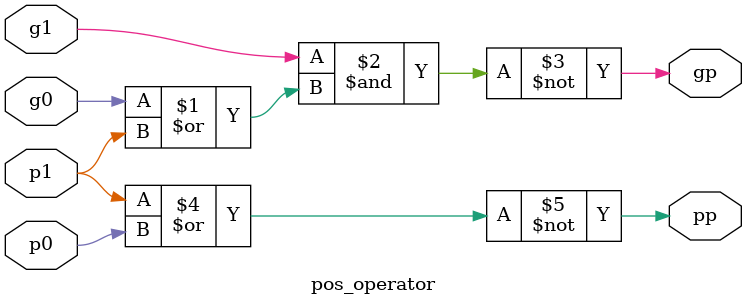
<source format=v>
`define POS_CARRY_OPERATOR

module pos_operator(g1, p1, g0, p0, gp, pp);
	input g0;
	input p0;
	input g1;
	input p1;

	output gp;
	output pp;

  	assign gp = ~(g1 & (g0 | p1));
   	assign pp = ~(p1 | p0);
endmodule
</source>
